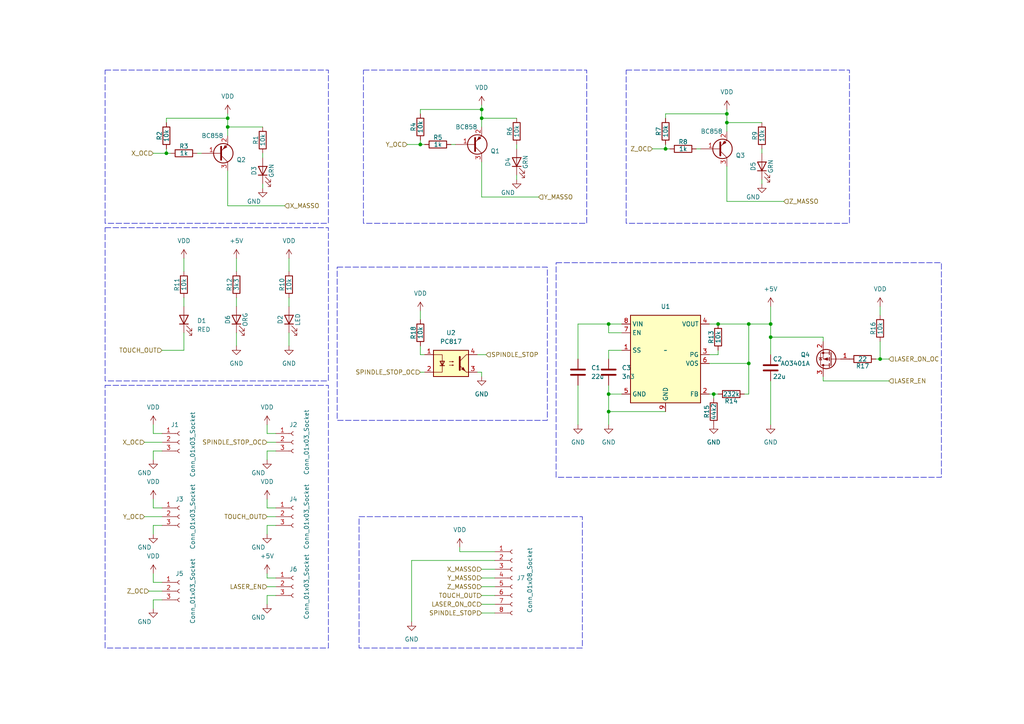
<source format=kicad_sch>
(kicad_sch (version 20230121) (generator eeschema)
  (paper "A4")
  (lib_symbols
    (symbol "Connector:Conn_01x03_Socket" (pin_names (offset 1.016) hide)
      (property "Reference" "J" (at 0 5.08 0))
      (property "Value" "Conn_01x03_Socket" (at 0 -5.08 0))
      (symbol "Conn_01x03_Socket_1_1"
        (arc (start 0 -2.032) (mid -0.5058 -2.54) (end 0 -3.048) (stroke (width 0.1524)))
        (polyline (pts (xy -1.27 -2.54) (xy -0.508 -2.54)) (stroke (width 0.1524)))
        (polyline (pts (xy -1.27 0) (xy -0.508 0)) (stroke (width 0.1524)))
        (polyline (pts (xy -1.27 2.54) (xy -0.508 2.54)) (stroke (width 0.1524)))
        (arc (start 0 0.508) (mid -0.5058 0) (end 0 -0.508) (stroke (width 0.1524)))
        (arc (start 0 3.048) (mid -0.5058 2.54) (end 0 2.032) (stroke (width 0.1524)))
        (pin passive line (at -5.08 2.54 0) (length 3.81) (name "Pin_1") (number "1"))
        (pin passive line (at -5.08 0 0) (length 3.81) (name "Pin_2") (number "2"))
        (pin passive line (at -5.08 -2.54 0) (length 3.81) (name "Pin_3") (number "3"))
      )
    )
    (symbol "Connector:Conn_01x08_Socket" (pin_names (offset 1.016) hide)
      (property "Reference" "J" (at 0 10.16 0))
      (property "Value" "Conn_01x08_Socket" (at 0 -12.7 0))
      (symbol "Conn_01x08_Socket_1_1"
        (arc (start 0 -9.652) (mid -0.5058 -10.16) (end 0 -10.668) (stroke (width 0.1524)))
        (arc (start 0 -7.112) (mid -0.5058 -7.62) (end 0 -8.128) (stroke (width 0.1524)))
        (arc (start 0 -4.572) (mid -0.5058 -5.08) (end 0 -5.588) (stroke (width 0.1524)))
        (arc (start 0 -2.032) (mid -0.5058 -2.54) (end 0 -3.048) (stroke (width 0.1524)))
        (polyline (pts (xy -1.27 -10.16) (xy -0.508 -10.16)) (stroke (width 0.1524)))
        (polyline (pts (xy -1.27 -7.62) (xy -0.508 -7.62)) (stroke (width 0.1524)))
        (polyline (pts (xy -1.27 -5.08) (xy -0.508 -5.08)) (stroke (width 0.1524)))
        (polyline (pts (xy -1.27 -2.54) (xy -0.508 -2.54)) (stroke (width 0.1524)))
        (polyline (pts (xy -1.27 0) (xy -0.508 0)) (stroke (width 0.1524)))
        (polyline (pts (xy -1.27 2.54) (xy -0.508 2.54)) (stroke (width 0.1524)))
        (polyline (pts (xy -1.27 5.08) (xy -0.508 5.08)) (stroke (width 0.1524)))
        (polyline (pts (xy -1.27 7.62) (xy -0.508 7.62)) (stroke (width 0.1524)))
        (arc (start 0 0.508) (mid -0.5058 0) (end 0 -0.508) (stroke (width 0.1524)))
        (arc (start 0 3.048) (mid -0.5058 2.54) (end 0 2.032) (stroke (width 0.1524)))
        (arc (start 0 5.588) (mid -0.5058 5.08) (end 0 4.572) (stroke (width 0.1524)))
        (arc (start 0 8.128) (mid -0.5058 7.62) (end 0 7.112) (stroke (width 0.1524)))
        (pin passive line (at -5.08 7.62 0) (length 3.81) (name "Pin_1") (number "1"))
        (pin passive line (at -5.08 5.08 0) (length 3.81) (name "Pin_2") (number "2"))
        (pin passive line (at -5.08 2.54 0) (length 3.81) (name "Pin_3") (number "3"))
        (pin passive line (at -5.08 0 0) (length 3.81) (name "Pin_4") (number "4"))
        (pin passive line (at -5.08 -2.54 0) (length 3.81) (name "Pin_5") (number "5"))
        (pin passive line (at -5.08 -5.08 0) (length 3.81) (name "Pin_6") (number "6"))
        (pin passive line (at -5.08 -7.62 0) (length 3.81) (name "Pin_7") (number "7"))
        (pin passive line (at -5.08 -10.16 0) (length 3.81) (name "Pin_8") (number "8"))
      )
    )
    (symbol "Device:C" (pin_numbers hide) (pin_names (offset 0.254))
      (property "Reference" "C" (at 0.635 2.54 0))
      (property "Value" "C" (at 0.635 -2.54 0))
      (symbol "C_0_1"
        (polyline (pts (xy -2.032 -0.762) (xy 2.032 -0.762)) (stroke (width 0.508)))
        (polyline (pts (xy -2.032 0.762) (xy 2.032 0.762)) (stroke (width 0.508)))
      )
      (symbol "C_1_1"
        (pin passive line (at 0 3.81 270) (length 2.794) (name "~") (number "1"))
        (pin passive line (at 0 -3.81 90) (length 2.794) (name "~") (number "2"))
      )
    )
    (symbol "Device:LED" (pin_numbers hide) (pin_names (offset 1.016) hide)
      (property "Reference" "D" (at 0 2.54 0))
      (property "Value" "LED" (at 0 -2.54 0))
      (symbol "LED_0_1"
        (polyline (pts (xy -1.27 -1.27) (xy -1.27 1.27)) (stroke (width 0.254)))
        (polyline (pts (xy -1.27 0) (xy 1.27 0)))
        (polyline (pts (xy 1.27 -1.27) (xy 1.27 1.27) (xy -1.27 0) (xy 1.27 -1.27)) (stroke (width 0.254)))
        (polyline (pts (xy -3.048 -0.762) (xy -4.572 -2.286) (xy -3.81 -2.286) (xy -4.572 -2.286) (xy -4.572 -1.524)))
        (polyline (pts (xy -1.778 -0.762) (xy -3.302 -2.286) (xy -2.54 -2.286) (xy -3.302 -2.286) (xy -3.302 -1.524)))
      )
      (symbol "LED_1_1"
        (pin passive line (at -3.81 0 0) (length 2.54) (name "K") (number "1"))
        (pin passive line (at 3.81 0 180) (length 2.54) (name "A") (number "2"))
      )
    )
    (symbol "Device:R" (pin_numbers hide) (pin_names (offset 0))
      (property "Reference" "R" (at 2.032 0 90))
      (property "Value" "R" (at 0 0 90))
      (symbol "R_0_1"
        (rectangle (start -1.016 -2.54) (end 1.016 2.54) (stroke (width 0.254)))
      )
      (symbol "R_1_1"
        (pin passive line (at 0 3.81 270) (length 1.27) (name "~") (number "1"))
        (pin passive line (at 0 -3.81 90) (length 1.27) (name "~") (number "2"))
      )
    )
    (symbol "Isolator:PC817" (pin_names (offset 1.016))
      (property "Reference" "U" (at -5.08 5.08 0))
      (property "Value" "PC817" (at 0 5.08 0))
      (symbol "PC817_0_1"
        (rectangle (start -5.08 3.81) (end 5.08 -3.81) (stroke (width 0.254)) (fill (type background)))
        (polyline (pts (xy -3.175 -0.635) (xy -1.905 -0.635)) (stroke (width 0.254)))
        (polyline (pts (xy 2.54 0.635) (xy 4.445 2.54)))
        (polyline (pts (xy 4.445 -2.54) (xy 2.54 -0.635)) (fill (type outline)))
        (polyline (pts (xy 4.445 -2.54) (xy 5.08 -2.54)))
        (polyline (pts (xy 4.445 2.54) (xy 5.08 2.54)))
        (polyline (pts (xy -5.08 2.54) (xy -2.54 2.54) (xy -2.54 -0.635)))
        (polyline (pts (xy -2.54 -0.635) (xy -2.54 -2.54) (xy -5.08 -2.54)))
        (polyline (pts (xy 2.54 1.905) (xy 2.54 -1.905) (xy 2.54 -1.905)) (stroke (width 0.508)))
        (polyline (pts (xy -2.54 -0.635) (xy -3.175 0.635) (xy -1.905 0.635) (xy -2.54 -0.635)) (stroke (width 0.254)))
        (polyline (pts (xy -0.508 -0.508) (xy 0.762 -0.508) (xy 0.381 -0.635) (xy 0.381 -0.381) (xy 0.762 -0.508)))
        (polyline (pts (xy -0.508 0.508) (xy 0.762 0.508) (xy 0.381 0.381) (xy 0.381 0.635) (xy 0.762 0.508)))
        (polyline (pts (xy 3.048 -1.651) (xy 3.556 -1.143) (xy 4.064 -2.159) (xy 3.048 -1.651) (xy 3.048 -1.651)) (fill (type outline)))
      )
      (symbol "PC817_1_1"
        (pin passive line (at -7.62 2.54 0) (length 2.54) (name "~") (number "1"))
        (pin passive line (at -7.62 -2.54 0) (length 2.54) (name "~") (number "2"))
        (pin passive line (at 7.62 -2.54 180) (length 2.54) (name "~") (number "3"))
        (pin passive line (at 7.62 2.54 180) (length 2.54) (name "~") (number "4"))
      )
    )
    (symbol "Transistor_BJT:BC858" (pin_names (offset 0) hide)
      (property "Reference" "Q" (at 5.08 1.905 0))
      (property "Value" "BC858" (at 5.08 0 0))
      (symbol "BC858_0_1"
        (polyline (pts (xy 0.635 0.635) (xy 2.54 2.54)))
        (polyline (pts (xy 0.635 -0.635) (xy 2.54 -2.54) (xy 2.54 -2.54)))
        (polyline (pts (xy 0.635 1.905) (xy 0.635 -1.905) (xy 0.635 -1.905)) (stroke (width 0.508)))
        (polyline (pts (xy 2.286 -1.778) (xy 1.778 -2.286) (xy 1.27 -1.27) (xy 2.286 -1.778) (xy 2.286 -1.778)) (fill (type outline)))
        (circle (center 1.27 0) (radius 2.8194) (stroke (width 0.254)))
      )
      (symbol "BC858_1_1"
        (pin input line (at -5.08 0 0) (length 5.715) (name "B") (number "1"))
        (pin passive line (at 2.54 -5.08 90) (length 2.54) (name "E") (number "2"))
        (pin passive line (at 2.54 5.08 270) (length 2.54) (name "C") (number "3"))
      )
    )
    (symbol "Transistor_FET:AO3401A" (pin_names hide)
      (property "Reference" "Q" (at 5.08 1.905 0))
      (property "Value" "AO3401A" (at 5.08 0 0))
      (symbol "AO3401A_0_1"
        (polyline (pts (xy 0.254 0) (xy -2.54 0)))
        (polyline (pts (xy 0.254 1.905) (xy 0.254 -1.905)) (stroke (width 0.254)))
        (polyline (pts (xy 0.762 -1.27) (xy 0.762 -2.286)) (stroke (width 0.254)))
        (polyline (pts (xy 0.762 0.508) (xy 0.762 -0.508)) (stroke (width 0.254)))
        (polyline (pts (xy 0.762 2.286) (xy 0.762 1.27)) (stroke (width 0.254)))
        (polyline (pts (xy 2.54 2.54) (xy 2.54 1.778)))
        (polyline (pts (xy 2.54 -2.54) (xy 2.54 0) (xy 0.762 0)))
        (polyline (pts (xy 0.762 1.778) (xy 3.302 1.778) (xy 3.302 -1.778) (xy 0.762 -1.778)))
        (polyline (pts (xy 2.286 0) (xy 1.27 0.381) (xy 1.27 -0.381) (xy 2.286 0)) (fill (type outline)))
        (polyline (pts (xy 2.794 -0.508) (xy 2.921 -0.381) (xy 3.683 -0.381) (xy 3.81 -0.254)))
        (polyline (pts (xy 3.302 -0.381) (xy 2.921 0.254) (xy 3.683 0.254) (xy 3.302 -0.381)))
        (circle (center 1.651 0) (radius 2.794) (stroke (width 0.254)))
        (circle (center 2.54 -1.778) (radius 0.254) (fill (type outline)))
        (circle (center 2.54 1.778) (radius 0.254) (fill (type outline)))
      )
      (symbol "AO3401A_1_1"
        (pin input line (at -5.08 0 0) (length 2.54) (name "G") (number "1"))
        (pin passive line (at 2.54 -5.08 90) (length 2.54) (name "S") (number "2"))
        (pin passive line (at 2.54 5.08 270) (length 2.54) (name "D") (number "3"))
      )
    )
    (symbol "cncpatch:LMZ21701"
      (property "Reference" "U1" (at 0 12.7 0))
      (property "Value" "~" (at 0 0 0))
      (symbol "LMZ21701_0_1"
        (rectangle (start -10.16 10.16) (end 10.16 -15.24) (stroke (width 0.254)) (fill (type background)))
      )
      (symbol "LMZ21701_1_1"
        (pin input line (at -12.7 0 0) (length 2.54) (name "SS") (number "1"))
        (pin input line (at 12.7 -12.7 180) (length 2.54) (name "FB") (number "2"))
        (pin open_collector line (at 12.7 -1.27 180) (length 2.54) (name "PG") (number "3"))
        (pin power_out line (at 12.7 7.62 180) (length 2.54) (name "VOUT") (number "4"))
        (pin power_in line (at -12.7 -12.7 0) (length 2.54) (name "GND") (number "5"))
        (pin open_collector line (at 12.7 -3.81 180) (length 2.54) (name "VOS") (number "6"))
        (pin input line (at -12.7 5.08 0) (length 2.54) (name "EN") (number "7"))
        (pin power_in line (at -12.7 7.62 0) (length 2.54) (name "VIN") (number "8"))
        (pin power_in line (at 0 -17.78 90) (length 2.54) (name "GND") (number "9"))
      )
    )
    (symbol "power:+5V" (power) (pin_names (offset 0))
      (property "Value" "+5V" (at 0 3.556 0))
      (symbol "+5V_0_1"
        (polyline (pts (xy -0.762 1.27) (xy 0 2.54)))
        (polyline (pts (xy 0 0) (xy 0 2.54)))
        (polyline (pts (xy 0 2.54) (xy 0.762 1.27)))
      )
      (symbol "+5V_1_1"
        (pin power_in line (at 0 0 90) (length 0) hide (name "+5V") (number "1"))
      )
    )
    (symbol "power:GND" (power) (pin_names (offset 0))
      (property "Value" "GND" (at 0 -3.81 0))
      (symbol "GND_0_1"
        (polyline (pts (xy 0 0) (xy 0 -1.27) (xy 1.27 -1.27) (xy 0 -2.54) (xy -1.27 -1.27) (xy 0 -1.27)))
      )
      (symbol "GND_1_1"
        (pin power_in line (at 0 0 270) (length 0) hide (name "GND") (number "1"))
      )
    )
    (symbol "power:VDD" (power) (pin_names (offset 0))
      (property "Value" "VDD" (at 0 3.81 0))
      (symbol "VDD_0_1"
        (polyline (pts (xy -0.762 1.27) (xy 0 2.54)))
        (polyline (pts (xy 0 0) (xy 0 2.54)))
        (polyline (pts (xy 0 2.54) (xy 0.762 1.27)))
      )
      (symbol "VDD_1_1"
        (pin power_in line (at 0 0 90) (length 0) hide (name "VDD") (number "1"))
      )
    )
  )
  (junction (at 66.04 34.29))
  (junction (at 255.27 104.14))
  (junction (at 66.04 36.83))
  (junction (at 217.17 105.41))
  (junction (at 139.7 34.29))
  (junction (at 210.82 33.02))
  (junction (at 223.52 97.79))
  (junction (at 139.7 31.75))
  (junction (at 193.04 43.18))
  (junction (at 176.53 93.98))
  (junction (at 176.53 114.3))
  (junction (at 176.53 119.38))
  (junction (at 210.82 35.56))
  (junction (at 208.28 93.98))
  (junction (at 207.01 114.3))
  (junction (at 217.17 93.98))
  (junction (at 48.26 44.45))
  (junction (at 223.52 93.98))
  (junction (at 121.92 41.91))
  (wire (pts (xy 176.53 114.3) (xy 176.53 119.38)))
  (wire (pts (xy 68.58 88.9) (xy 68.58 86.36)))
  (wire (pts (xy 66.04 36.83) (xy 76.2 36.83)))
  (wire (pts (xy 139.7 167.64) (xy 143.51 167.64)))
  (wire (pts (xy 121.92 40.64) (xy 121.92 41.91)))
  (wire (pts (xy 77.47 125.73) (xy 80.01 125.73)))
  (wire (pts (xy 76.2 44.45) (xy 76.2 45.72)))
  (wire (pts (xy 139.7 172.72) (xy 143.51 172.72)))
  (wire (pts (xy 44.45 130.81) (xy 46.99 130.81)))
  (wire (pts (xy 46.99 147.32) (xy 44.45 147.32)))
  (wire (pts (xy 46.99 125.73) (xy 44.45 125.73)))
  (wire (pts (xy 76.2 53.34) (xy 76.2 54.61)))
  (wire (pts (xy 138.43 107.95) (xy 139.7 107.95)))
  (wire (pts (xy 139.7 175.26) (xy 143.51 175.26)))
  (wire (pts (xy 66.04 59.69) (xy 82.55 59.69)))
  (wire (pts (xy 77.47 130.81) (xy 80.01 130.81)))
  (wire (pts (xy 210.82 48.26) (xy 210.82 58.42)))
  (wire (pts (xy 223.52 110.49) (xy 223.52 123.19)))
  (wire (pts (xy 255.27 88.9) (xy 255.27 91.44)))
  (wire (pts (xy 176.53 93.98) (xy 180.34 93.98)))
  (wire (pts (xy 66.04 33.02) (xy 66.04 34.29)))
  (wire (pts (xy 44.45 173.99) (xy 44.45 176.53)))
  (wire (pts (xy 255.27 104.14) (xy 257.81 104.14)))
  (wire (pts (xy 139.7 57.15) (xy 156.21 57.15)))
  (wire (pts (xy 205.74 93.98) (xy 208.28 93.98)))
  (wire (pts (xy 44.45 44.45) (xy 48.26 44.45)))
  (wire (pts (xy 193.04 43.18) (xy 194.31 43.18)))
  (wire (pts (xy 66.04 34.29) (xy 48.26 34.29)))
  (wire (pts (xy 77.47 167.64) (xy 80.01 167.64)))
  (wire (pts (xy 176.53 111.76) (xy 176.53 114.3)))
  (wire (pts (xy 83.82 86.36) (xy 83.82 88.9)))
  (wire (pts (xy 77.47 128.27) (xy 80.01 128.27)))
  (wire (pts (xy 220.98 52.07) (xy 220.98 53.34)))
  (wire (pts (xy 223.52 102.87) (xy 223.52 97.79)))
  (wire (pts (xy 149.86 50.8) (xy 149.86 52.07)))
  (wire (pts (xy 223.52 93.98) (xy 223.52 97.79)))
  (wire (pts (xy 77.47 170.18) (xy 80.01 170.18)))
  (wire (pts (xy 210.82 31.75) (xy 210.82 33.02)))
  (wire (pts (xy 238.76 109.22) (xy 238.76 110.49)))
  (wire (pts (xy 133.35 158.75) (xy 133.35 160.02)))
  (wire (pts (xy 189.23 43.18) (xy 193.04 43.18)))
  (wire (pts (xy 83.82 96.52) (xy 83.82 100.33)))
  (wire (pts (xy 77.47 149.86) (xy 80.01 149.86)))
  (wire (pts (xy 44.45 125.73) (xy 44.45 123.19)))
  (wire (pts (xy 139.7 31.75) (xy 121.92 31.75)))
  (wire (pts (xy 238.76 110.49) (xy 257.81 110.49)))
  (wire (pts (xy 167.64 104.14) (xy 167.64 93.98)))
  (wire (pts (xy 68.58 96.52) (xy 68.58 100.33)))
  (wire (pts (xy 48.26 35.56) (xy 48.26 34.29)))
  (wire (pts (xy 205.74 105.41) (xy 217.17 105.41)))
  (wire (pts (xy 207.01 114.3) (xy 207.01 115.57)))
  (wire (pts (xy 215.9 114.3) (xy 217.17 114.3)))
  (wire (pts (xy 44.45 133.35) (xy 44.45 130.81)))
  (wire (pts (xy 119.38 162.56) (xy 143.51 162.56)))
  (wire (pts (xy 44.45 154.94) (xy 44.45 152.4)))
  (wire (pts (xy 121.92 90.17) (xy 121.92 92.71)))
  (wire (pts (xy 77.47 144.78) (xy 77.47 147.32)))
  (wire (pts (xy 208.28 93.98) (xy 217.17 93.98)))
  (wire (pts (xy 44.45 147.32) (xy 44.45 144.78)))
  (wire (pts (xy 118.11 41.91) (xy 121.92 41.91)))
  (wire (pts (xy 44.45 152.4) (xy 46.99 152.4)))
  (wire (pts (xy 167.64 93.98) (xy 176.53 93.98)))
  (wire (pts (xy 77.47 133.35) (xy 77.47 130.81)))
  (wire (pts (xy 167.64 111.76) (xy 167.64 123.19)))
  (wire (pts (xy 57.15 44.45) (xy 58.42 44.45)))
  (wire (pts (xy 46.99 168.91) (xy 44.45 168.91)))
  (wire (pts (xy 193.04 34.29) (xy 193.04 33.02)))
  (wire (pts (xy 255.27 99.06) (xy 255.27 104.14)))
  (wire (pts (xy 139.7 30.48) (xy 139.7 31.75)))
  (wire (pts (xy 210.82 35.56) (xy 210.82 33.02)))
  (wire (pts (xy 43.18 171.45) (xy 46.99 171.45)))
  (wire (pts (xy 77.47 172.72) (xy 80.01 172.72)))
  (wire (pts (xy 139.7 165.1) (xy 143.51 165.1)))
  (wire (pts (xy 223.52 88.9) (xy 223.52 93.98)))
  (wire (pts (xy 121.92 41.91) (xy 123.19 41.91)))
  (wire (pts (xy 139.7 177.8) (xy 143.51 177.8)))
  (wire (pts (xy 176.53 93.98) (xy 176.53 96.52)))
  (wire (pts (xy 77.47 147.32) (xy 80.01 147.32)))
  (wire (pts (xy 53.34 78.74) (xy 53.34 74.93)))
  (wire (pts (xy 46.99 173.99) (xy 44.45 173.99)))
  (wire (pts (xy 123.19 102.87) (xy 121.92 102.87)))
  (wire (pts (xy 139.7 107.95) (xy 139.7 109.22)))
  (wire (pts (xy 48.26 44.45) (xy 49.53 44.45)))
  (wire (pts (xy 210.82 38.1) (xy 210.82 35.56)))
  (wire (pts (xy 201.93 43.18) (xy 203.2 43.18)))
  (wire (pts (xy 53.34 96.52) (xy 53.34 101.6)))
  (wire (pts (xy 176.53 96.52) (xy 180.34 96.52)))
  (wire (pts (xy 149.86 41.91) (xy 149.86 43.18)))
  (wire (pts (xy 77.47 123.19) (xy 77.47 125.73)))
  (wire (pts (xy 223.52 97.79) (xy 238.76 97.79)))
  (wire (pts (xy 130.81 41.91) (xy 132.08 41.91)))
  (wire (pts (xy 210.82 58.42) (xy 227.33 58.42)))
  (wire (pts (xy 205.74 114.3) (xy 207.01 114.3)))
  (wire (pts (xy 193.04 41.91) (xy 193.04 43.18)))
  (wire (pts (xy 176.53 104.14) (xy 176.53 101.6)))
  (wire (pts (xy 83.82 74.93) (xy 83.82 78.74)))
  (wire (pts (xy 208.28 102.87) (xy 208.28 101.6)))
  (wire (pts (xy 121.92 102.87) (xy 121.92 100.33)))
  (wire (pts (xy 139.7 36.83) (xy 139.7 34.29)))
  (wire (pts (xy 176.53 119.38) (xy 193.04 119.38)))
  (wire (pts (xy 210.82 35.56) (xy 220.98 35.56)))
  (wire (pts (xy 53.34 88.9) (xy 53.34 86.36)))
  (wire (pts (xy 139.7 170.18) (xy 143.51 170.18)))
  (wire (pts (xy 119.38 180.34) (xy 119.38 162.56)))
  (wire (pts (xy 217.17 114.3) (xy 217.17 105.41)))
  (wire (pts (xy 254 104.14) (xy 255.27 104.14)))
  (wire (pts (xy 133.35 160.02) (xy 143.51 160.02)))
  (wire (pts (xy 77.47 154.94) (xy 77.47 152.4)))
  (wire (pts (xy 139.7 34.29) (xy 149.86 34.29)))
  (wire (pts (xy 217.17 105.41) (xy 217.17 93.98)))
  (wire (pts (xy 176.53 119.38) (xy 176.53 123.19)))
  (wire (pts (xy 68.58 78.74) (xy 68.58 74.93)))
  (wire (pts (xy 77.47 175.26) (xy 77.47 172.72)))
  (wire (pts (xy 123.19 107.95) (xy 121.92 107.95)))
  (wire (pts (xy 176.53 101.6) (xy 180.34 101.6)))
  (wire (pts (xy 48.26 43.18) (xy 48.26 44.45)))
  (wire (pts (xy 77.47 152.4) (xy 80.01 152.4)))
  (wire (pts (xy 220.98 43.18) (xy 220.98 44.45)))
  (wire (pts (xy 210.82 33.02) (xy 193.04 33.02)))
  (wire (pts (xy 139.7 34.29) (xy 139.7 31.75)))
  (wire (pts (xy 217.17 93.98) (xy 223.52 93.98)))
  (wire (pts (xy 66.04 49.53) (xy 66.04 59.69)))
  (wire (pts (xy 121.92 33.02) (xy 121.92 31.75)))
  (wire (pts (xy 41.91 128.27) (xy 46.99 128.27)))
  (wire (pts (xy 44.45 168.91) (xy 44.45 166.37)))
  (wire (pts (xy 66.04 39.37) (xy 66.04 36.83)))
  (wire (pts (xy 138.43 102.87) (xy 140.97 102.87)))
  (wire (pts (xy 205.74 102.87) (xy 208.28 102.87)))
  (wire (pts (xy 207.01 114.3) (xy 208.28 114.3)))
  (wire (pts (xy 139.7 46.99) (xy 139.7 57.15)))
  (wire (pts (xy 176.53 114.3) (xy 180.34 114.3)))
  (wire (pts (xy 41.91 149.86) (xy 46.99 149.86)))
  (wire (pts (xy 46.99 101.6) (xy 53.34 101.6)))
  (wire (pts (xy 77.47 166.37) (xy 77.47 167.64)))
  (wire (pts (xy 238.76 97.79) (xy 238.76 99.06)))
  (wire (pts (xy 66.04 36.83) (xy 66.04 34.29)))
  (rectangle (start 30.48 66.04) (end 95.25 110.49) (stroke (width 0) (type dash)))
  (rectangle (start 97.79 77.47) (end 158.75 121.92) (stroke (width 0) (type dash)))
  (rectangle (start 46.99 20.32) (end 46.99 20.32))
  (rectangle (start 104.14 149.86) (end 168.91 187.96) (stroke (width 0) (type dash)))
  (rectangle (start 30.48 111.76) (end 95.25 187.96) (stroke (width 0) (type dash)))
  (rectangle (start 181.61 20.32) (end 246.38 64.77) (stroke (width 0) (type dash)))
  (rectangle (start 161.29 76.2) (end 273.05 138.43) (stroke (width 0) (type dash)))
  (rectangle (start 30.48 20.32) (end 95.25 64.77) (stroke (width 0) (type dash)))
  (rectangle (start 105.41 20.32) (end 170.18 64.77) (stroke (width 0) (type dash)))
  (hierarchical_label "SPINDLE_STOP" (shape input) (at 140.97 102.87 0))
  (hierarchical_label "LASER_EN" (shape input) (at 257.81 110.49 0))
  (hierarchical_label "LASER_ON_OC" (shape input) (at 139.7 175.26 180))
  (hierarchical_label "X_OC" (shape input) (at 41.91 128.27 180))
  (hierarchical_label "Z_MASSO" (shape input) (at 139.7 170.18 180))
  (hierarchical_label "Y_OC" (shape input) (at 118.11 41.91 180))
  (hierarchical_label "Z_OC" (shape input) (at 189.23 43.18 180))
  (hierarchical_label "SPINDLE_STOP_OC" (shape input) (at 121.92 107.95 180))
  (hierarchical_label "TOUCH_OUT" (shape input) (at 46.99 101.6 180))
  (hierarchical_label "Y_MASSO" (shape input) (at 156.21 57.15 0))
  (hierarchical_label "X_OC" (shape input) (at 44.45 44.45 180))
  (hierarchical_label "TOUCH_OUT" (shape input) (at 77.47 149.86 180))
  (hierarchical_label "Z_OC" (shape input) (at 43.18 171.45 180))
  (hierarchical_label "X_MASSO" (shape input) (at 82.55 59.69 0))
  (hierarchical_label "SPINDLE_STOP" (shape input) (at 139.7 177.8 180))
  (hierarchical_label "SPINDLE_STOP_OC" (shape input) (at 77.47 128.27 180))
  (hierarchical_label "TOUCH_OUT" (shape input) (at 139.7 172.72 180))
  (hierarchical_label "Y_OC" (shape input) (at 41.91 149.86 180))
  (hierarchical_label "X_MASSO" (shape input) (at 139.7 165.1 180))
  (hierarchical_label "LASER_ON_OC" (shape input) (at 257.81 104.14 0))
  (hierarchical_label "Z_MASSO" (shape input) (at 227.33 58.42 0))
  (hierarchical_label "Y_MASSO" (shape input) (at 139.7 167.64 180))
  (hierarchical_label "LASER_EN" (shape input) (at 77.47 170.18 180))
  (symbol (lib_id "Device:R") (at 76.2 40.64 180) (unit 1)
    (property "Reference" "R1" (at 74.168 40.64 90))
    (property "Value" "10k" (at 76.2 40.64 90))
    (property "Footprint" "Resistor_SMD:R_0805_2012Metric" (effects hide))
  )
  (symbol (lib_id "Device:R") (at 255.27 95.25 180) (unit 1)
    (property "Reference" "R16" (at 253.238 95.25 90))
    (property "Value" "10k" (at 255.27 95.25 90))
    (property "Footprint" "Resistor_SMD:R_0603_1608Metric" (effects hide))
  )
  (symbol (lib_id "Connector:Conn_01x03_Socket") (at 52.07 128.27 0) (unit 1)
    (property "Reference" "J1" (at 49.53 123.19 0) (effects (justify left)))
    (property "Value" "Conn_01x03_Socket" (at 55.88 138.43 90) (effects (justify left)))
    (property "Footprint" "Connector_Phoenix_MC:PhoenixContact_MCV_1,5_3-G-3.81_1x03_P3.81mm_Vertical" (effects hide))
  )
  (symbol (lib_id "Connector:Conn_01x03_Socket") (at 85.09 128.27 0) (unit 1)
    (property "Reference" "J2" (at 85.09 123.19 0))
    (property "Value" "Conn_01x03_Socket" (at 88.9 128.27 90))
    (property "Footprint" "Connector_Phoenix_MC:PhoenixContact_MCV_1,5_3-G-3.81_1x03_P3.81mm_Vertical" (effects hide))
  )
  (symbol (lib_id "Device:R") (at 121.92 96.52 180) (unit 1)
    (property "Reference" "R18" (at 119.888 96.52 90))
    (property "Value" "10k" (at 121.92 96.52 90))
    (property "Footprint" "Resistor_SMD:R_0805_2012Metric" (effects hide))
  )
  (symbol (lib_id "Device:R") (at 68.58 82.55 180) (unit 1)
    (property "Reference" "R12" (at 66.548 82.55 90))
    (property "Value" "3k3" (at 68.58 82.55 90))
    (property "Footprint" "Resistor_SMD:R_0805_2012Metric" (effects hide))
  )
  (symbol (lib_id "Connector:Conn_01x03_Socket") (at 52.07 171.45 0) (unit 1)
    (property "Reference" "J5" (at 52.07 166.37 0))
    (property "Value" "Conn_01x03_Socket" (at 55.88 171.45 90))
    (property "Footprint" "Connector_Phoenix_MC:PhoenixContact_MCV_1,5_3-G-3.81_1x03_P3.81mm_Vertical" (effects hide))
  )
  (symbol (lib_id "power:+5V") (at 68.58 74.93 0) (unit 1)
    (property "Reference" "#PWR031" (effects hide))
    (property "Value" "+5V" (at 68.58 69.85 0))
  )
  (symbol (lib_id "power:VDD") (at 44.45 166.37 0) (unit 1)
    (property "Reference" "#PWR013" (effects hide))
    (property "Value" "VDD" (at 44.45 161.29 0))
  )
  (symbol (lib_id "power:VDD") (at 83.82 74.93 0) (unit 1)
    (property "Reference" "#PWR09" (effects hide))
    (property "Value" "VDD" (at 83.82 69.85 0))
  )
  (symbol (lib_id "Device:LED") (at 68.58 92.71 90) (unit 1)
    (property "Reference" "D6" (at 66.04 92.71 0))
    (property "Value" "ORG" (at 71.12 92.71 0))
    (property "Footprint" "LED_THT:LED_D3.0mm" (effects hide))
  )
  (symbol (lib_id "power:GND") (at 176.53 123.19 0) (unit 1)
    (property "Reference" "#PWR028" (effects hide))
    (property "Value" "GND" (at 176.53 128.27 0))
  )
  (symbol (lib_id "cncpatch:LMZ21701") (at 193.04 101.6 0) (unit 1)
    (property "Reference" "U1" (at 193.04 88.9 0))
    (property "Value" "~" (at 193.04 101.6 0))
    (property "Footprint" "cncpatch:MicroSiP" (effects hide))
  )
  (symbol (lib_id "Device:LED") (at 149.86 46.99 90) (unit 1)
    (property "Reference" "D4" (at 147.32 46.99 0))
    (property "Value" "GRN" (at 152.4 46.99 0))
    (property "Footprint" "LED_THT:LED_D3.0mm" (effects hide))
  )
  (symbol (lib_id "Device:C") (at 167.64 107.95 0) (unit 1)
    (property "Reference" "C1" (at 171.45 106.68 0) (effects (justify left)))
    (property "Value" "22u" (at 171.45 109.22 0) (effects (justify left)))
    (property "Footprint" "Capacitor_SMD:C_1206_3216Metric" (effects hide))
  )
  (symbol (lib_id "power:VDD") (at 133.35 158.75 0) (unit 1)
    (property "Reference" "#PWR01" (effects hide))
    (property "Value" "VDD" (at 133.35 153.67 0))
  )
  (symbol (lib_id "Device:LED") (at 76.2 49.53 90) (unit 1)
    (property "Reference" "D3" (at 73.66 49.53 0))
    (property "Value" "GRN" (at 78.74 49.53 0))
    (property "Footprint" "LED_THT:LED_D3.0mm" (effects hide))
  )
  (symbol (lib_id "Device:R") (at 53.34 44.45 90) (unit 1)
    (property "Reference" "R3" (at 53.34 42.418 90))
    (property "Value" "1k" (at 53.34 44.45 90))
    (property "Footprint" "Resistor_SMD:R_0603_1608Metric" (effects hide))
  )
  (symbol (lib_id "power:GND") (at 220.98 53.34 0) (unit 1)
    (property "Reference" "#PWR08" (effects hide))
    (property "Value" "GND" (at 218.44 57.15 0))
  )
  (symbol (lib_id "Device:R") (at 207.01 119.38 180) (unit 1)
    (property "Reference" "R15" (at 204.978 119.38 90))
    (property "Value" "44k2" (at 207.01 119.38 90))
    (property "Footprint" "Resistor_SMD:R_0603_1608Metric" (effects hide))
  )
  (symbol (lib_id "power:+5V") (at 223.52 88.9 0) (unit 1)
    (property "Reference" "#PWR024" (effects hide))
    (property "Value" "+5V" (at 223.52 83.82 0))
  )
  (symbol (lib_id "Device:R") (at 193.04 38.1 180) (unit 1)
    (property "Reference" "R7" (at 191.008 38.1 90))
    (property "Value" "10k" (at 193.04 38.1 90))
    (property "Footprint" "Resistor_SMD:R_0603_1608Metric" (effects hide))
  )
  (symbol (lib_id "Connector:Conn_01x08_Socket") (at 148.59 167.64 0) (unit 1)
    (property "Reference" "J7" (at 149.86 167.64 0) (effects (justify left)))
    (property "Value" "Conn_01x08_Socket" (at 153.67 177.8 90) (effects (justify left)))
    (property "Footprint" "Connector_Phoenix_MC:PhoenixContact_MCV_1,5_8-G-3.81_1x08_P3.81mm_Vertical" (effects hide))
  )
  (symbol (lib_id "power:GND") (at 223.52 123.19 0) (unit 1)
    (property "Reference" "#PWR027" (effects hide))
    (property "Value" "GND" (at 223.52 128.27 0))
  )
  (symbol (lib_id "power:GND") (at 167.64 123.19 0) (unit 1)
    (property "Reference" "#PWR029" (effects hide))
    (property "Value" "GND" (at 167.64 128.27 0))
  )
  (symbol (lib_id "Device:R") (at 83.82 82.55 180) (unit 1)
    (property "Reference" "R10" (at 81.788 82.55 90))
    (property "Value" "10k" (at 83.82 82.55 90))
    (property "Footprint" "Resistor_SMD:R_0805_2012Metric" (effects hide))
  )
  (symbol (lib_id "power:VDD") (at 121.92 90.17 0) (unit 1)
    (property "Reference" "#PWR030" (effects hide))
    (property "Value" "VDD" (at 121.92 85.09 0))
  )
  (symbol (lib_id "Device:R") (at 250.19 104.14 270) (unit 1)
    (property "Reference" "R17" (at 250.19 106.172 90))
    (property "Value" "22" (at 250.19 104.14 90))
    (property "Footprint" "Resistor_SMD:R_0603_1608Metric" (effects hide))
  )
  (symbol (lib_id "Device:R") (at 198.12 43.18 90) (unit 1)
    (property "Reference" "R8" (at 198.12 41.148 90))
    (property "Value" "1k" (at 198.12 43.18 90))
    (property "Footprint" "Resistor_SMD:R_0603_1608Metric" (effects hide))
  )
  (symbol (lib_id "Device:R") (at 127 41.91 90) (unit 1)
    (property "Reference" "R5" (at 127 39.878 90))
    (property "Value" "1k" (at 127 41.91 90))
    (property "Footprint" "Resistor_SMD:R_0603_1608Metric" (effects hide))
  )
  (symbol (lib_id "Device:LED") (at 53.34 92.71 90) (unit 1)
    (property "Reference" "D1" (at 57.15 93.0275 90) (effects (justify right)))
    (property "Value" "RED" (at 57.15 95.5675 90) (effects (justify right)))
    (property "Footprint" "LED_THT:LED_D3.0mm" (effects hide))
  )
  (symbol (lib_id "Transistor_FET:AO3401A") (at 241.3 104.14 180) (unit 1)
    (property "Reference" "Q4" (at 234.95 102.87 0) (effects (justify left)))
    (property "Value" "AO3401A" (at 234.95 105.41 0) (effects (justify left)))
    (property "Footprint" "Package_TO_SOT_SMD:SOT-23" (effects hide))
    (property "Datasheet" "http://www.aosmd.com/pdfs/datasheet/AO3401A.pdf" (effects hide))
  )
  (symbol (lib_id "power:VDD") (at 255.27 88.9 0) (unit 1)
    (property "Reference" "#PWR032" (effects hide))
    (property "Value" "VDD" (at 255.27 83.82 0))
  )
  (symbol (lib_id "power:+5V") (at 77.47 166.37 0) (unit 1)
    (property "Reference" "#PWR023" (effects hide))
    (property "Value" "+5V" (at 77.47 161.29 0))
  )
  (symbol (lib_id "Device:LED") (at 83.82 92.71 90) (unit 1)
    (property "Reference" "D2" (at 81.28 92.71 0))
    (property "Value" "LED" (at 86.36 92.71 0))
    (property "Footprint" "LED_THT:LED_D3.0mm" (effects hide))
  )
  (symbol (lib_id "power:GND") (at 83.82 100.33 0) (unit 1)
    (property "Reference" "#PWR010" (effects hide))
    (property "Value" "GND" (at 83.82 105.41 0))
  )
  (symbol (lib_id "Device:LED") (at 220.98 48.26 90) (unit 1)
    (property "Reference" "D5" (at 218.44 48.26 0))
    (property "Value" "GRN" (at 223.52 48.26 0))
    (property "Footprint" "LED_THT:LED_D3.0mm" (effects hide))
  )
  (symbol (lib_id "power:GND") (at 77.47 175.26 0) (unit 1)
    (property "Reference" "#PWR019" (effects hide))
    (property "Value" "GND" (at 74.93 179.07 0))
  )
  (symbol (lib_id "power:VDD") (at 77.47 123.19 0) (unit 1)
    (property "Reference" "#PWR020" (effects hide))
    (property "Value" "VDD" (at 77.47 118.11 0))
  )
  (symbol (lib_id "Device:C") (at 176.53 107.95 0) (unit 1)
    (property "Reference" "C3" (at 180.34 106.68 0) (effects (justify left)))
    (property "Value" "3n3" (at 180.34 109.22 0) (effects (justify left)))
    (property "Footprint" "Capacitor_SMD:C_0805_2012Metric" (effects hide))
  )
  (symbol (lib_id "power:GND") (at 44.45 154.94 0) (unit 1)
    (property "Reference" "#PWR015" (effects hide))
    (property "Value" "GND" (at 41.91 158.75 0))
  )
  (symbol (lib_id "power:VDD") (at 210.82 31.75 0) (unit 1)
    (property "Reference" "#PWR07" (effects hide))
    (property "Value" "VDD" (at 210.82 26.67 0))
  )
  (symbol (lib_id "Device:R") (at 220.98 39.37 180) (unit 1)
    (property "Reference" "R9" (at 218.948 39.37 90))
    (property "Value" "10k" (at 220.98 39.37 90))
    (property "Footprint" "Resistor_SMD:R_0805_2012Metric" (effects hide))
  )
  (symbol (lib_id "power:GND") (at 139.7 109.22 0) (unit 1)
    (property "Reference" "#PWR033" (effects hide))
    (property "Value" "GND" (at 139.7 114.3 0))
  )
  (symbol (lib_id "Device:C") (at 223.52 106.68 0) (unit 1)
    (property "Reference" "C2" (at 224.155 104.14 0) (effects (justify left)))
    (property "Value" "22u" (at 224.155 109.22 0) (effects (justify left)))
    (property "Footprint" "Capacitor_SMD:C_1206_3216Metric" (effects hide))
  )
  (symbol (lib_id "power:GND") (at 76.2 54.61 0) (unit 1)
    (property "Reference" "#PWR04" (effects hide))
    (property "Value" "GND" (at 73.66 58.42 0))
  )
  (symbol (lib_id "Connector:Conn_01x03_Socket") (at 52.07 149.86 0) (unit 1)
    (property "Reference" "J3" (at 52.07 144.78 0))
    (property "Value" "Conn_01x03_Socket" (at 55.88 149.86 90))
    (property "Footprint" "Connector_Phoenix_MC:PhoenixContact_MCV_1,5_3-G-3.81_1x03_P3.81mm_Vertical" (effects hide))
  )
  (symbol (lib_id "Transistor_BJT:BC858") (at 137.16 41.91 0) (mirror x) (unit 1)
    (property "Reference" "Q1" (at 142.24 43.815 0) (effects (justify left)))
    (property "Value" "BC858" (at 132.08 36.83 0) (effects (justify left)))
    (property "Footprint" "Package_TO_SOT_SMD:SOT-23" (effects hide))
    (property "Datasheet" "https://www.onsemi.com/pub/Collateral/BC860-D.pdf" (effects hide))
  )
  (symbol (lib_id "power:GND") (at 77.47 154.94 0) (unit 1)
    (property "Reference" "#PWR018" (effects hide))
    (property "Value" "GND" (at 74.93 158.75 0))
  )
  (symbol (lib_id "power:GND") (at 68.58 100.33 0) (unit 1)
    (property "Reference" "#PWR025" (effects hide))
    (property "Value" "GND" (at 68.58 105.41 0))
  )
  (symbol (lib_id "Device:R") (at 48.26 39.37 180) (unit 1)
    (property "Reference" "R2" (at 46.228 39.37 90))
    (property "Value" "10k" (at 48.26 39.37 90))
    (property "Footprint" "Resistor_SMD:R_0603_1608Metric" (effects hide))
  )
  (symbol (lib_id "Device:R") (at 121.92 36.83 180) (unit 1)
    (property "Reference" "R4" (at 119.888 36.83 90))
    (property "Value" "10k" (at 121.92 36.83 90))
    (property "Footprint" "Resistor_SMD:R_0603_1608Metric" (effects hide))
  )
  (symbol (lib_id "power:VDD") (at 77.47 144.78 0) (unit 1)
    (property "Reference" "#PWR021" (effects hide))
    (property "Value" "VDD" (at 77.47 139.7 0))
  )
  (symbol (lib_id "power:GND") (at 207.01 123.19 0) (unit 1)
    (property "Reference" "#PWR026" (effects hide))
    (property "Value" "GND" (at 207.01 128.27 0))
  )
  (symbol (lib_id "power:VDD") (at 66.04 33.02 0) (unit 1)
    (property "Reference" "#PWR03" (effects hide))
    (property "Value" "VDD" (at 66.04 27.94 0))
  )
  (symbol (lib_id "Connector:Conn_01x03_Socket") (at 85.09 149.86 0) (unit 1)
    (property "Reference" "J4" (at 85.09 144.78 0))
    (property "Value" "Conn_01x03_Socket" (at 88.9 149.86 90))
    (property "Footprint" "Connector_Phoenix_MC:PhoenixContact_MCV_1,5_3-G-3.81_1x03_P3.81mm_Vertical" (effects hide))
  )
  (symbol (lib_id "power:GND") (at 119.38 180.34 0) (unit 1)
    (property "Reference" "#PWR02" (effects hide))
    (property "Value" "GND" (at 119.38 185.42 0))
  )
  (symbol (lib_id "power:VDD") (at 53.34 74.93 0) (unit 1)
    (property "Reference" "#PWR022" (effects hide))
    (property "Value" "VDD" (at 53.34 69.85 0))
  )
  (symbol (lib_id "power:GND") (at 44.45 176.53 0) (unit 1)
    (property "Reference" "#PWR016" (effects hide))
    (property "Value" "GND" (at 41.91 180.34 0))
  )
  (symbol (lib_id "power:GND") (at 149.86 52.07 0) (unit 1)
    (property "Reference" "#PWR06" (effects hide))
    (property "Value" "GND" (at 147.32 55.88 0))
  )
  (symbol (lib_id "Connector:Conn_01x03_Socket") (at 85.09 170.18 0) (unit 1)
    (property "Reference" "J6" (at 85.09 165.1 0))
    (property "Value" "Conn_01x03_Socket" (at 88.9 170.18 90))
    (property "Footprint" "Connector_Phoenix_MC:PhoenixContact_MCV_1,5_3-G-3.81_1x03_P3.81mm_Vertical" (effects hide))
  )
  (symbol (lib_id "power:GND") (at 44.45 133.35 0) (unit 1)
    (property "Reference" "#PWR014" (effects hide))
    (property "Value" "GND" (at 41.91 137.16 0))
  )
  (symbol (lib_id "Transistor_BJT:BC858") (at 208.28 43.18 0) (mirror x) (unit 1)
    (property "Reference" "Q3" (at 213.36 45.085 0) (effects (justify left)))
    (property "Value" "BC858" (at 203.2 38.1 0) (effects (justify left)))
    (property "Footprint" "Package_TO_SOT_SMD:SOT-23" (effects hide))
    (property "Datasheet" "https://www.onsemi.com/pub/Collateral/BC860-D.pdf" (effects hide))
  )
  (symbol (lib_id "Device:R") (at 212.09 114.3 270) (unit 1)
    (property "Reference" "R14" (at 212.09 116.332 90))
    (property "Value" "232k" (at 212.09 114.3 90))
    (property "Footprint" "Resistor_SMD:R_0603_1608Metric" (effects hide))
  )
  (symbol (lib_id "power:VDD") (at 139.7 30.48 0) (unit 1)
    (property "Reference" "#PWR05" (effects hide))
    (property "Value" "VDD" (at 139.7 25.4 0))
  )
  (symbol (lib_id "Transistor_BJT:BC858") (at 63.5 44.45 0) (mirror x) (unit 1)
    (property "Reference" "Q2" (at 68.58 46.355 0) (effects (justify left)))
    (property "Value" "BC858" (at 58.42 39.37 0) (effects (justify left)))
    (property "Footprint" "Package_TO_SOT_SMD:SOT-23" (effects hide))
    (property "Datasheet" "https://www.onsemi.com/pub/Collateral/BC860-D.pdf" (effects hide))
  )
  (symbol (lib_id "power:GND") (at 77.47 133.35 0) (unit 1)
    (property "Reference" "#PWR017" (effects hide))
    (property "Value" "GND" (at 74.93 137.16 0))
  )
  (symbol (lib_id "Device:R") (at 53.34 82.55 180) (unit 1)
    (property "Reference" "R11" (at 51.308 82.55 90))
    (property "Value" "10k" (at 53.34 82.55 90))
    (property "Footprint" "Resistor_SMD:R_0805_2012Metric" (effects hide))
  )
  (symbol (lib_id "Device:R") (at 149.86 38.1 180) (unit 1)
    (property "Reference" "R6" (at 147.828 38.1 90))
    (property "Value" "10k" (at 149.86 38.1 90))
    (property "Footprint" "Resistor_SMD:R_0805_2012Metric" (effects hide))
  )
  (symbol (lib_id "Isolator:PC817") (at 130.81 105.41 0) (unit 1)
    (property "Reference" "U2" (at 130.81 96.52 0))
    (property "Value" "PC817" (at 130.81 99.06 0))
    (property "Footprint" "Package_DIP:DIP-4_W7.62mm_SMDSocket_SmallPads" (effects hide))
    (property "Datasheet" "http://www.soselectronic.cz/a_info/resource/d/pc817.pdf" (effects hide))
  )
  (symbol (lib_id "power:VDD") (at 44.45 123.19 0) (unit 1)
    (property "Reference" "#PWR011" (effects hide))
    (property "Value" "VDD" (at 44.45 118.11 0))
  )
  (symbol (lib_id "power:VDD") (at 44.45 144.78 0) (unit 1)
    (property "Reference" "#PWR012" (effects hide))
    (property "Value" "VDD" (at 44.45 139.7 0))
  )
  (symbol (lib_id "Device:R") (at 208.28 97.79 180) (unit 1)
    (property "Reference" "R13" (at 206.248 97.79 90))
    (property "Value" "10k" (at 208.28 97.79 90))
    (property "Footprint" "Resistor_SMD:R_0603_1608Metric" (effects hide))
  )
)
</source>
